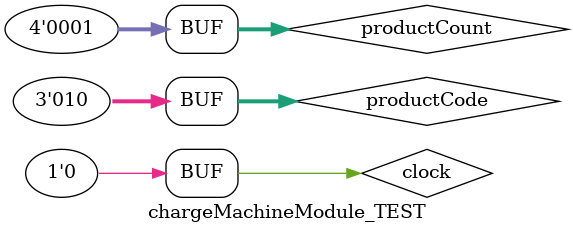
<source format=v>
`timescale 1ns/1ps

module chargeMachineModule_TEST;

    // Inputs
    reg clock;
    reg [2:0] productCode;
    reg [3:0] productCount;

    // Outputs
    wire DP;

    // Instantiate the Unit Under Test (UUT)
    chargeMachineModule uut(
        .clock(clock),
        .productCode(productCode),
        .productCount(productCount),
        .DP(DP)
    );

    initial begin
        // Initialize Inputs
        clock = 0;
        productCode = 0;
        productCount = 0;

        // Wait 100 ns for global reset to finish
        #100;
        productCode = 0;
        productCount = 7;
        #100;
        clock = 1;
        #100;
        clock = 0;
        #100;
        productCode = 2;
        productCount = 1;
        #100;
        clock = 1;
        #100;
        clock = 0;
        #100;


        // Add stimulus here

    end

endmodule


</source>
